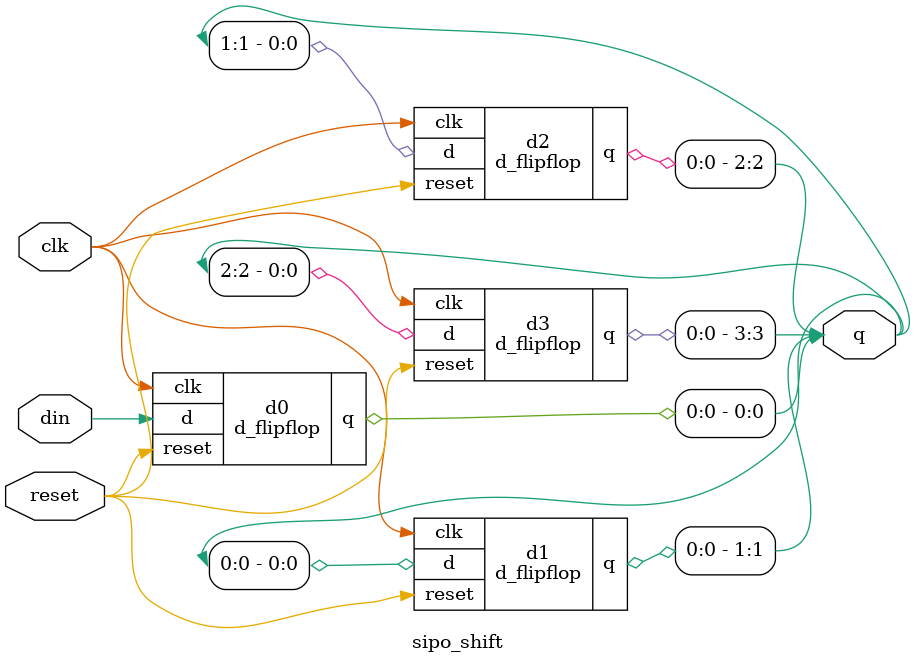
<source format=v>
module d_flipflop(
  input clk,reset,d,
  output reg q);
  always @(posedge clk or posedge reset)
    begin
      if (reset)
        q <= 0;
      else
        q <= d;
    end
endmodule

module sipo_shift(
  input clk,reset,din,
  output [3:0] q);

  d_flipflop d0 (.d(din),.clk(clk),.reset(reset),.q(q[0]));
  d_flipflop d1 (.d(q[0]),.clk(clk),.reset(reset),.q(q[1]));
  d_flipflop d2 (.d(q[1]),.clk(clk),.reset(reset),.q(q[2]));
  d_flipflop d3 (.d(q[2]),.clk(clk),.reset(reset),.q(q[3]));

endmodule

</source>
